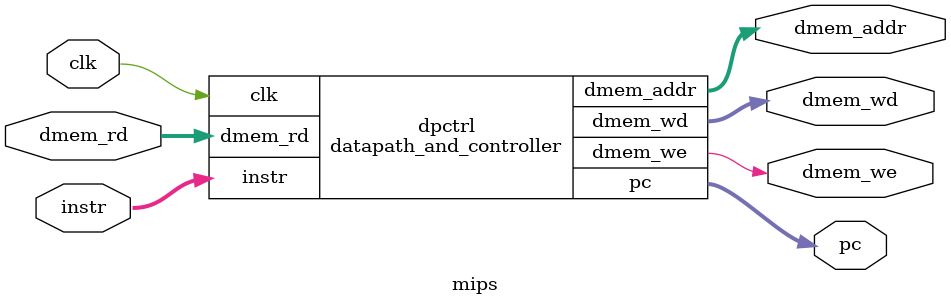
<source format=v>
/**
 * Program counter - go to next value on each clock.
 *
 * @param clk - clock
 *
 * @param pc_next - next value for program counter
 * @param pc - program counter
 */
module pc(input clk, 
    input [31:0] pc_next, output reg [31:0] pc);

	 always @(posedge clk)
	     pc <= pc_next;
	 
endmodule

/**
 * Register file.
 * 
 * @param clk - clock
 *
 * @param ra1 - read address for source register 1
 * @param ra2 - read address for source register 2
 * @param rd1 - read data for source register 1
 * @param rd2 - read data for source register 2
 *
 * @param we - write enabled flag
 * @param wa - write address for destination register
 * @param wd - write data for destination register
 */
module regfile(input clk, 
    /* Read 2 registers */
    input [4:0] ra1, input [4:0] ra2,
	 output [31:0] rd1, output [31:0] rd2,
	 
	 /* Write register */
	 input we, input [4:0] wa, input [31:0] wd
	 );
	 
	 reg [31:0] rf [31:0];
	 
	 always @(posedge clk)
	     if(we) rf[wa] <= wd;
		  
	 assign rd1 = ra1 ? rf[ra1] : 0; // reg[0] is zero
	 assign rd2 = ra2 ? rf[ra2] : 0; // reg[0] is zero	 
endmodule

/**
 * Datapath and contoller implementation - connect program counter, 
 * register file and handle instructions.
 *
 * @param clk - clock
 *
 * @param pc - program counter
 * @param instr - current instruction value
 *
 * @param dmem_we - data memory write enabled flag
 * @param dmem_addr - data memory access address for read/write
 * @param dmem_wd - data memory write data
 * @param dmem_rd - data memory read data
 */
module datapath_and_controller(input clk,
    output [31:0] pc, input [31:0] instr,
	 
	 /* Data memory manipulation */
	 output reg dmem_we, 
	 output reg [31:0] dmem_addr, 
	 output reg [31:0] dmem_wd, 
	 input [31:0] dmem_rd);
	 
	 reg [31:0] pc_next;
	 
	 // Program counter
	 pc pcount(clk, pc_next, pc);
	 	 
	 // Register file
	 reg [4:0] rf_ra1, rf_ra2;
	 wire [31:0] rf_rd1, rf_rd2;
	 
	 reg rf_we;
	 reg [4:0] rf_wa;
	 reg [31:0] rf_wd;
	 
	 regfile rf(clk, 
	     rf_ra1, rf_ra2, rf_rd1, rf_rd2,
		  rf_we, rf_wa, rf_wd);
		  
	 // Instructions
	 wire [5:0] instr_op;
	 assign instr_op = instr[31:26]; // 6 bits
	 
	 // R-type
	 wire [4:0] instr_rtype_rs;
	 wire [4:0] instr_rtype_rt;
	 wire [4:0] instr_rtype_rd;
	 //wire [4:0] instr_rtype_shamt;
	 wire [5:0] instr_rtype_funct;
	 
	 assign instr_rtype_rs = instr[25:21]; // 5 bits
	 assign instr_rtype_rt = instr[20:16]; // 5 bits
	 assign instr_rtype_rd = instr[15:11]; // 5 bits
	 //assign instr_rtype_shamt = instr[10:6]; // 5 bits - not used here
	 assign instr_rtype_funct = instr[5:0]; // 6 bits
	 
	 // I-type
	 wire [4:0] instr_itype_rs;
	 wire [4:0] instr_itype_rt;
	 wire [15:0] instr_itype_imm;
	 
	 assign instr_itype_rs = instr[25:21]; // 5 bits
	 assign instr_itype_rt = instr[20:16]; // 5 bits
	 assign instr_itype_imm = instr[15:0]; // 16 bits
	 
	 // J-type
	 wire [25:0] instr_jtype_addr;
	 assign instr_jtype_addr = instr[25:0]; // 26 bits
	 
	 parameter INSTR_OP_LW    = 6'b100011;
	 parameter INSTR_OP_SW    = 6'b101011;
	 parameter INSTR_OP_ADDI  = 6'b001000;
	 parameter INSTR_OP_BEQ   = 6'b000100;
	 parameter INSTR_OP_J     = 6'b000010;	 
	 parameter INSTR_OP_RTYPE = 6'b000000;
	 
	 parameter INSTR_RTYPE_FUNCT_ADD = 6'b100000;
	 parameter INSTR_RTYPE_FUNCT_SUB = 6'b100010;
	 
	 always @(*)
	 begin
	     pc_next = pc + 4;
		  rf_we = 0;
		  dmem_we = 0;
		  
		  // set default values
		  rf_ra1 = 0;
		  rf_ra2 = 0;
		  rf_wa = 0;
		  rf_wd = 0;
		  
		  dmem_addr = 0;
		  dmem_wd = 0;
		  
	     case(instr_op)
		  INSTR_OP_RTYPE:
		      case(instr_rtype_funct)
				
				INSTR_RTYPE_FUNCT_ADD:
		      begin
		          // add $s0, $s1, $s2
				    // $s0 = $s1 + $s2
					 // rs=$s1, rt=$s2, rd=$s0
				
				    // rf_rd1 would immediately receive rs register value
				    rf_ra1 = instr_rtype_rs;
					 
					 // rf_rd2 would immediately receive rt register value
				    rf_ra2 = instr_rtype_rt;
				
				    // write data to rd register on next clock
				    rf_wa = instr_rtype_rd;
				    rf_wd = rf_rd1 + rf_rd2;
				    rf_we = 1;
		      end
				
				INSTR_RTYPE_FUNCT_SUB:
		      begin
		          // add $s0, $s1, $s2
				    // $s0 = $s1 - $s2
					 // rs=$s1, rt=$s2, rd=$s0
				
				    // rf_rd1 would immediately receive rs register value
				    rf_ra1 = instr_rtype_rs;
					 
					 // rf_rd2 would immediately receive rt register value
				    rf_ra2 = instr_rtype_rt;
				
				    // write data to rd register on next clock
				    rf_wa = instr_rtype_rd;
				    rf_wd = rf_rd1 - rf_rd2;
				    rf_we = 1;
		      end
				
				endcase
		  
		  INSTR_OP_LW:
		  begin
		      // lw $s0, 4 ($0)
				// load word (32 bit) from memory at addr $0 + 4 to register $s0
				// rs=$0, rt=$s1, imm=4
				
				// rf_rd1 would immediately receive rs register value
				rf_ra1 = instr_itype_rs;
				
				// read data from memory, dmem_rd would immediately receive value at dmem_addr
				dmem_addr = rf_rd1 + instr_itype_imm;
				
				// write data to rt register at next clock
				rf_wa = instr_itype_rt;
				rf_wd = dmem_rd;
				rf_we = 1;
		  end
		  
		  INSTR_OP_SW:
		  begin
		      // sw $s0, 4 ($0)
				// save word (32 bit) to memory at addr $0 + 4 from register $s0
				// rs=$0, rt=$s1, imm=4
				
				// rf_rd1 would immediately receive rs register value
				rf_ra1 = instr_itype_rs;
				
				// rf_rd2 would immediately receive rt register value
				rf_ra2 = instr_itype_rt;
				
				// write data to memory at next clock
				dmem_addr = rf_rd1 + instr_itype_imm;
				dmem_wd = rf_rd2;
				dmem_we = 1;
		  end
		  
		  INSTR_OP_ADDI:
		  begin
		      // addi $s0, $s1, 4
				// $s0 = $s1 + 4
				// rs=$s0, rt=$s1, imm=4
				
				// rf_rd1 would immediately receive rs register value
				rf_ra1 = instr_itype_rs;
				
				// write data to rt register at next clock
				rf_wa = instr_itype_rt;
				rf_wd = rf_rd1 + instr_itype_imm;
				rf_we = 1;
		  end
		  
		  INSTR_OP_BEQ:
		  begin
		      // beq $s0, $s1, 4
				// jump to 4 ((!)absolute value for simplicity) if $s0 == $s1
				// rs=$s0, rt=$s1, imm=4
				
				// rf_rd1 would immediately receive rs register value
				rf_ra1 = instr_itype_rs;
				
				// rf_rd2 would immediately receive rt register value
				rf_ra2 = instr_itype_rt;
				
				if(rf_rd1 == rf_rd2)
				    pc_next = instr_itype_imm;
		  end
		  
		  INSTR_OP_J:
		  begin
		      // j 4
				// jump to 4 ((!)absolute value for simplicity)
				// addr = 5
				
				pc_next = instr_jtype_addr;
		  end
		  endcase
	 end
endmodule

/**
 * MIPS processor core implementation.
 *
 * @param clk - clock
 *
 * @param pc - program counter
 * @param instr - current instruction value
 *
 * @param dmem_we - data memory write enabled flag
 * @param dmem_addr - data memory access address for read/write
 * @param dmem_wd - data memory write data
 * @param dmem_rd - data memory read data
 */
module mips(input clk, 
    output [31:0] pc, input [31:0] instr,
	 
	 /* Data memory manipulation */
	 output dmem_we, output [31:0] dmem_addr, 
	 output [31:0] dmem_wd, 
	 input [31:0] dmem_rd);
	 
	 datapath_and_controller dpctrl(clk, 
	     pc, instr, 
		  dmem_we, dmem_addr, dmem_wd, dmem_rd);

endmodule

</source>
